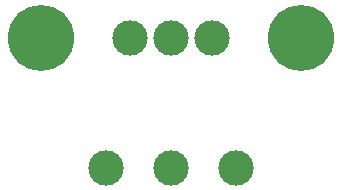
<source format=gbs>
G04 #@! TF.GenerationSoftware,KiCad,Pcbnew,9.0.2-9.0.2-0~ubuntu24.04.1*
G04 #@! TF.CreationDate,2025-06-11T11:14:10+02:00*
G04 #@! TF.ProjectId,Conn_Ruban_Pixels,436f6e6e-5f52-4756-9261-6e5f50697865,rev?*
G04 #@! TF.SameCoordinates,Original*
G04 #@! TF.FileFunction,Soldermask,Bot*
G04 #@! TF.FilePolarity,Negative*
%FSLAX46Y46*%
G04 Gerber Fmt 4.6, Leading zero omitted, Abs format (unit mm)*
G04 Created by KiCad (PCBNEW 9.0.2-9.0.2-0~ubuntu24.04.1) date 2025-06-11 11:14:10*
%MOMM*%
%LPD*%
G01*
G04 APERTURE LIST*
%ADD10C,3.000000*%
%ADD11C,3.600000*%
%ADD12C,5.600000*%
G04 APERTURE END LIST*
D10*
X139500000Y-105000000D03*
X145000000Y-105000000D03*
X150500000Y-105000000D03*
D11*
X156000000Y-94000000D03*
D12*
X156000000Y-94000000D03*
D11*
X134000000Y-94000000D03*
D12*
X134000000Y-94000000D03*
D10*
X141500000Y-94000000D03*
X145000000Y-94000000D03*
X148500000Y-94000000D03*
M02*

</source>
